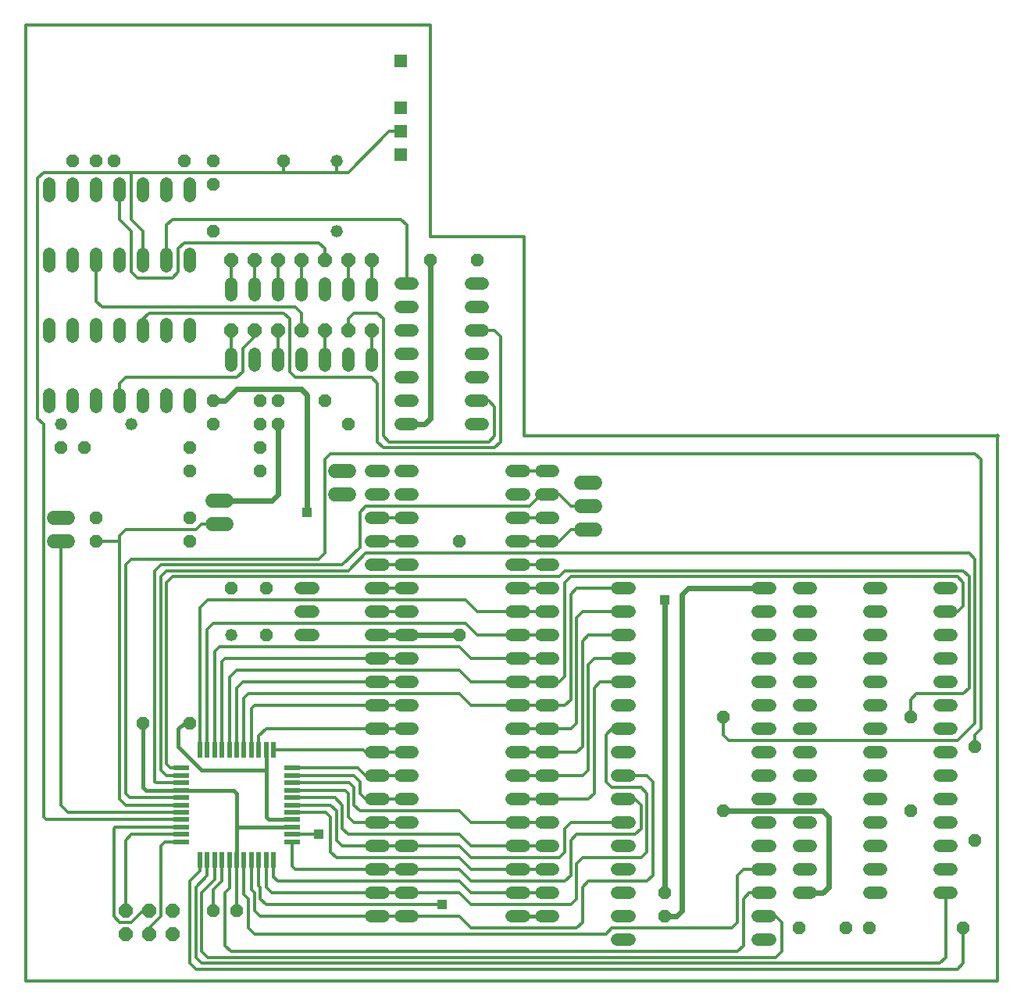
<source format=gtl>
G75*
%MOIN*%
%OFA0B0*%
%FSLAX24Y24*%
%IPPOS*%
%LPD*%
%AMOC8*
5,1,8,0,0,1.08239X$1,22.5*
%
%ADD10C,0.0120*%
%ADD11C,0.0000*%
%ADD12C,0.0520*%
%ADD13OC8,0.0520*%
%ADD14C,0.0600*%
%ADD15R,0.0709X0.0197*%
%ADD16R,0.0197X0.0709*%
%ADD17OC8,0.0600*%
%ADD18C,0.0520*%
%ADD19R,0.0554X0.0554*%
%ADD20C,0.0240*%
%ADD21R,0.0396X0.0396*%
%ADD22C,0.0160*%
D10*
X001374Y000160D02*
X001374Y040932D01*
X018624Y040932D01*
X018624Y040910D02*
X018624Y031910D01*
X022624Y031910D01*
X022624Y023410D01*
X042874Y023410D01*
X042829Y023432D02*
X042829Y000160D01*
X001374Y000160D01*
X005124Y002910D02*
X005374Y002660D01*
X005874Y002660D01*
X006374Y003160D01*
X006624Y003160D01*
X007124Y002910D02*
X006624Y002410D01*
X006624Y002160D01*
X007124Y002910D02*
X007124Y005910D01*
X007299Y006085D01*
X008012Y006085D01*
X008012Y006400D02*
X005864Y006400D01*
X005624Y006160D01*
X005624Y003160D01*
X005124Y002910D02*
X005124Y006660D01*
X005179Y006715D01*
X008012Y006715D01*
X008012Y007030D02*
X002254Y007030D01*
X002124Y007160D01*
X002124Y023910D01*
X001874Y024160D01*
X001874Y034410D01*
X002124Y034660D01*
X005874Y034660D01*
X005874Y032660D01*
X006374Y032160D01*
X006374Y030910D01*
X005874Y030410D02*
X005874Y032160D01*
X005374Y032660D01*
X005374Y033910D01*
X005874Y034660D02*
X012374Y034660D01*
X012374Y035160D01*
X012374Y034660D02*
X014624Y034660D01*
X015124Y034660D01*
X016874Y036410D01*
X017374Y036410D01*
X014624Y035160D02*
X014624Y034660D01*
X013874Y031660D02*
X008124Y031660D01*
X007874Y031410D01*
X007874Y030410D01*
X007624Y030160D01*
X006124Y030160D01*
X005874Y030410D01*
X004374Y030910D02*
X004374Y029160D01*
X004624Y028910D01*
X012874Y028910D01*
X013124Y028660D01*
X013124Y027910D01*
X012624Y028410D02*
X012374Y028660D01*
X006624Y028660D01*
X006374Y028410D01*
X006374Y027910D01*
X005624Y025910D02*
X005374Y025660D01*
X005374Y024910D01*
X005624Y025910D02*
X010374Y025910D01*
X010624Y026160D01*
X010624Y027160D01*
X011124Y027660D01*
X011124Y027910D01*
X010124Y027910D02*
X010124Y026660D01*
X012124Y026660D02*
X012124Y027910D01*
X012624Y028410D02*
X012624Y026160D01*
X012874Y025910D01*
X016124Y025910D01*
X016374Y025660D01*
X016374Y023160D01*
X016624Y022910D01*
X021374Y022910D01*
X021624Y023160D01*
X021624Y027660D01*
X021374Y027910D01*
X020624Y027910D01*
X020624Y024910D02*
X021124Y024910D01*
X021374Y024660D01*
X021374Y023410D01*
X021124Y023160D01*
X016874Y023160D01*
X016624Y023410D01*
X016624Y028410D01*
X016374Y028660D01*
X015374Y028660D01*
X015124Y028410D01*
X015124Y027910D01*
X016124Y027910D02*
X016124Y026660D01*
X014124Y026660D02*
X014124Y027910D01*
X013124Y029660D02*
X013124Y030910D01*
X012124Y030910D02*
X012124Y029660D01*
X011124Y029660D02*
X011124Y030910D01*
X010124Y030910D02*
X010124Y029660D01*
X007374Y030910D02*
X007374Y032410D01*
X007624Y032660D01*
X017374Y032660D01*
X017624Y032410D01*
X017624Y029910D01*
X016124Y029660D02*
X016124Y030910D01*
X015124Y030910D02*
X015124Y029660D01*
X014124Y030910D02*
X014124Y031410D01*
X013874Y031660D01*
X014374Y022660D02*
X014124Y022410D01*
X014124Y018410D01*
X013874Y018160D01*
X005874Y018160D01*
X005624Y017910D01*
X005624Y008160D01*
X005809Y007975D01*
X008012Y007975D01*
X008012Y007660D02*
X005624Y007660D01*
X005374Y007910D01*
X005374Y018910D01*
X004374Y018910D01*
X005374Y018910D02*
X005374Y019160D01*
X005624Y019410D01*
X008624Y019410D01*
X008874Y019660D01*
X009624Y019660D01*
X007374Y017660D02*
X007124Y017410D01*
X007124Y009160D01*
X007364Y008920D01*
X008012Y008920D01*
X008012Y009235D02*
X007549Y009235D01*
X007374Y009410D01*
X007374Y017160D01*
X007624Y017410D01*
X024124Y017410D01*
X024374Y017660D01*
X041374Y017660D01*
X041624Y017410D01*
X041624Y012660D01*
X041374Y012410D01*
X039374Y012410D01*
X039124Y012160D01*
X039124Y011410D01*
X041124Y010410D02*
X031374Y010410D01*
X031124Y010660D01*
X031124Y011410D01*
X028124Y008660D02*
X028124Y004660D01*
X027874Y004410D01*
X025374Y004410D01*
X025124Y004160D01*
X025124Y002660D01*
X024874Y002410D01*
X020374Y002410D01*
X019874Y002910D01*
X017624Y002910D01*
X016374Y002910D01*
X011374Y002910D01*
X011124Y003160D01*
X011124Y003910D01*
X011004Y004030D01*
X011004Y005298D01*
X010689Y005298D02*
X010689Y003845D01*
X010874Y003660D01*
X010874Y002410D01*
X011124Y002160D01*
X026124Y002160D01*
X026374Y002410D01*
X031499Y002410D01*
X031749Y002660D01*
X031749Y004660D01*
X031999Y004910D01*
X032874Y004910D01*
X032874Y003910D02*
X032249Y003910D01*
X031999Y003660D01*
X031999Y001660D01*
X031749Y001410D01*
X010124Y001410D01*
X009874Y001660D01*
X009874Y003910D01*
X010059Y004095D01*
X010059Y005298D01*
X009744Y005298D02*
X009744Y004405D01*
X009374Y004035D01*
X009374Y003160D01*
X008874Y003910D02*
X008874Y001410D01*
X009124Y001160D01*
X033374Y001160D01*
X033624Y001410D01*
X033624Y002660D01*
X033374Y002910D01*
X032874Y002910D01*
X027874Y005660D02*
X027874Y008160D01*
X027624Y008410D01*
X026374Y008410D01*
X026124Y008660D01*
X026124Y010660D01*
X026374Y010910D01*
X026874Y010910D01*
X025124Y010160D02*
X024874Y009910D01*
X023624Y009910D01*
X022374Y009910D01*
X022374Y010910D02*
X023624Y010910D01*
X024624Y010910D01*
X024874Y011160D01*
X024874Y015660D01*
X025124Y015910D01*
X026874Y015910D01*
X026874Y014910D02*
X025374Y014910D01*
X025124Y014660D01*
X025124Y010160D01*
X025374Y009160D02*
X025124Y008910D01*
X023624Y008910D01*
X022374Y008910D01*
X022374Y007910D02*
X023624Y007910D01*
X025374Y007910D01*
X025624Y008160D01*
X025624Y012660D01*
X025874Y012910D01*
X026874Y012910D01*
X026874Y013910D02*
X025624Y013910D01*
X025374Y013660D01*
X025374Y009160D01*
X026874Y008910D02*
X027874Y008910D01*
X028124Y008660D01*
X027374Y007910D02*
X026874Y007910D01*
X027374Y007910D02*
X027624Y007660D01*
X027624Y006660D01*
X027374Y006410D01*
X024874Y006410D01*
X024624Y006160D01*
X024624Y004660D01*
X024374Y004410D01*
X020374Y004410D01*
X019874Y004910D01*
X017624Y004910D01*
X016374Y004910D01*
X012874Y004910D01*
X012736Y005048D01*
X012736Y006085D01*
X012736Y006400D02*
X012864Y006400D01*
X012874Y006410D01*
X013874Y006410D01*
X014624Y006160D02*
X014874Y005910D01*
X016374Y005910D01*
X017624Y005910D01*
X019874Y005910D01*
X020374Y005410D01*
X024124Y005410D01*
X024374Y005660D01*
X024374Y006660D01*
X024624Y006910D01*
X026874Y006910D01*
X027874Y005660D02*
X027624Y005410D01*
X025124Y005410D01*
X024874Y005160D01*
X024874Y003660D01*
X024624Y003410D01*
X020374Y003410D01*
X019874Y003910D01*
X017624Y003910D01*
X016374Y003910D01*
X011874Y003910D01*
X011634Y004150D01*
X011634Y005298D01*
X011319Y005298D02*
X011319Y004215D01*
X011374Y004160D01*
X011374Y003660D01*
X011624Y003410D01*
X019124Y003410D01*
X019874Y004410D02*
X012124Y004410D01*
X011949Y004585D01*
X011949Y005298D01*
X010374Y005298D02*
X010374Y003160D01*
X009429Y004465D02*
X008874Y003910D01*
X008624Y004160D02*
X008624Y001160D01*
X008874Y000910D01*
X040374Y000910D01*
X040624Y001160D01*
X040624Y003910D01*
X041374Y002410D02*
X041374Y000910D01*
X041124Y000660D01*
X008624Y000660D01*
X008374Y000910D01*
X008374Y004410D01*
X008812Y004848D01*
X008812Y005298D01*
X008799Y005298D01*
X009114Y005298D02*
X009114Y004650D01*
X008624Y004160D01*
X009429Y004465D02*
X009429Y005298D01*
X008012Y007345D02*
X003189Y007345D01*
X002874Y007660D01*
X002874Y018910D01*
X006874Y017660D02*
X007124Y017910D01*
X014874Y017910D01*
X015624Y018660D01*
X015624Y020160D01*
X015874Y020410D01*
X022874Y020410D01*
X023374Y020910D01*
X023624Y020910D01*
X024124Y020910D01*
X024624Y020410D01*
X025374Y020410D01*
X025374Y019410D02*
X024624Y019410D01*
X024124Y018910D01*
X023624Y018910D01*
X022374Y018910D01*
X022374Y019910D02*
X023624Y019910D01*
X023624Y021910D02*
X022374Y021910D01*
X022374Y017910D02*
X023624Y017910D01*
X023624Y016910D02*
X022374Y016910D01*
X022374Y015910D02*
X020624Y015910D01*
X020124Y016410D01*
X009124Y016410D01*
X008799Y016085D01*
X008799Y010022D01*
X009114Y010022D02*
X009114Y015150D01*
X009374Y015410D01*
X020124Y015410D01*
X020624Y014910D01*
X022374Y014910D01*
X023624Y014910D01*
X023624Y013910D02*
X022374Y013910D01*
X020374Y013910D01*
X019874Y014410D01*
X009624Y014410D01*
X009429Y014215D01*
X009429Y010022D01*
X009744Y010022D02*
X009744Y013780D01*
X009874Y013910D01*
X016374Y013910D01*
X017624Y013910D01*
X017624Y012910D02*
X016374Y012910D01*
X010624Y012910D01*
X010374Y012660D01*
X010374Y010022D01*
X010059Y010022D02*
X010059Y013095D01*
X010374Y013410D01*
X019874Y013410D01*
X020374Y012910D01*
X022374Y012910D01*
X023624Y012910D01*
X024124Y012910D01*
X024374Y013160D01*
X024374Y017160D01*
X024624Y017410D01*
X041124Y017410D01*
X041374Y017160D01*
X041374Y016160D01*
X041124Y015910D01*
X040624Y015910D01*
X041874Y018160D02*
X041874Y011160D01*
X041124Y010410D01*
X041874Y010660D02*
X041874Y010160D01*
X041874Y010660D02*
X042124Y010910D01*
X042124Y022410D01*
X041874Y022660D01*
X014374Y022660D01*
X016374Y019910D02*
X017624Y019910D01*
X017624Y018910D02*
X016374Y018910D01*
X015874Y018410D02*
X041624Y018410D01*
X041874Y018160D01*
X026874Y016910D02*
X024874Y016910D01*
X024624Y016660D01*
X024624Y012160D01*
X024374Y011910D01*
X023624Y011910D01*
X022374Y011910D01*
X020374Y011910D01*
X019874Y012410D01*
X010874Y012410D01*
X010689Y012225D01*
X010689Y010022D01*
X011004Y010022D02*
X011004Y011790D01*
X011124Y011910D01*
X016374Y011910D01*
X017624Y011910D01*
X017624Y010910D02*
X016374Y010910D01*
X011624Y010910D01*
X011319Y010605D01*
X011319Y010022D01*
X011949Y010022D02*
X015762Y010022D01*
X015874Y009910D01*
X016374Y009910D01*
X017624Y009910D01*
X017624Y008910D02*
X016374Y008910D01*
X015874Y008910D01*
X015549Y009235D01*
X012736Y009235D01*
X012736Y008920D02*
X015364Y008920D01*
X015624Y008660D01*
X015624Y008160D01*
X015874Y007910D01*
X016374Y007910D01*
X017624Y007910D01*
X017624Y006910D02*
X016374Y006910D01*
X015374Y006910D01*
X015124Y007160D01*
X015124Y008160D01*
X014994Y008290D01*
X012736Y008290D01*
X012736Y008605D02*
X015179Y008605D01*
X015374Y008410D01*
X015374Y007660D01*
X015624Y007410D01*
X019874Y007410D01*
X020374Y006910D01*
X022374Y006910D01*
X023624Y006910D01*
X023624Y005910D02*
X022374Y005910D01*
X020374Y005910D01*
X019874Y006410D01*
X015124Y006410D01*
X014874Y006660D01*
X014874Y007660D01*
X014559Y007975D01*
X012736Y007975D01*
X012736Y007660D02*
X014374Y007660D01*
X014624Y007410D01*
X014624Y006160D01*
X014374Y005660D02*
X014624Y005410D01*
X019874Y005410D01*
X020374Y004910D01*
X022374Y004910D01*
X023624Y004910D01*
X023624Y003910D02*
X022374Y003910D01*
X020374Y003910D01*
X019874Y004410D01*
X014374Y005660D02*
X014374Y007160D01*
X014189Y007345D01*
X012736Y007345D01*
X008012Y008605D02*
X006929Y008605D01*
X006874Y008660D01*
X006874Y017660D01*
X007374Y017660D02*
X015124Y017660D01*
X015874Y018410D01*
X016374Y017910D02*
X017624Y017910D01*
X017624Y016910D02*
X016374Y016910D01*
X016374Y015910D02*
X017624Y015910D01*
X022374Y015910D02*
X023624Y015910D01*
D11*
X001374Y000160D02*
X001374Y039530D01*
D12*
X002374Y034170D02*
X002374Y033650D01*
X003374Y033650D02*
X003374Y034170D01*
X004374Y034170D02*
X004374Y033650D01*
X005374Y033650D02*
X005374Y034170D01*
X006374Y034170D02*
X006374Y033650D01*
X007374Y033650D02*
X007374Y034170D01*
X008374Y034170D02*
X008374Y033650D01*
X008374Y031170D02*
X008374Y030650D01*
X007374Y030650D02*
X007374Y031170D01*
X006374Y031170D02*
X006374Y030650D01*
X005374Y030650D02*
X005374Y031170D01*
X004374Y031170D02*
X004374Y030650D01*
X003374Y030650D02*
X003374Y031170D01*
X002374Y031170D02*
X002374Y030650D01*
X002374Y028170D02*
X002374Y027650D01*
X003374Y027650D02*
X003374Y028170D01*
X004374Y028170D02*
X004374Y027650D01*
X005374Y027650D02*
X005374Y028170D01*
X006374Y028170D02*
X006374Y027650D01*
X007374Y027650D02*
X007374Y028170D01*
X008374Y028170D02*
X008374Y027650D01*
X010124Y026920D02*
X010124Y026400D01*
X011124Y026400D02*
X011124Y026920D01*
X012124Y026920D02*
X012124Y026400D01*
X013124Y026400D02*
X013124Y026920D01*
X014124Y026920D02*
X014124Y026400D01*
X015124Y026400D02*
X015124Y026920D01*
X016124Y026920D02*
X016124Y026400D01*
X017364Y025910D02*
X017884Y025910D01*
X017884Y024910D02*
X017364Y024910D01*
X017364Y023910D02*
X017884Y023910D01*
X017884Y021910D02*
X017364Y021910D01*
X016634Y021910D02*
X016114Y021910D01*
X016114Y020910D02*
X016634Y020910D01*
X017364Y020910D02*
X017884Y020910D01*
X017884Y019910D02*
X017364Y019910D01*
X016634Y019910D02*
X016114Y019910D01*
X016114Y018910D02*
X016634Y018910D01*
X017364Y018910D02*
X017884Y018910D01*
X017884Y017910D02*
X017364Y017910D01*
X016634Y017910D02*
X016114Y017910D01*
X016114Y016910D02*
X016634Y016910D01*
X017364Y016910D02*
X017884Y016910D01*
X017884Y015910D02*
X017364Y015910D01*
X016634Y015910D02*
X016114Y015910D01*
X016114Y014910D02*
X016634Y014910D01*
X017364Y014910D02*
X017884Y014910D01*
X017884Y013910D02*
X017364Y013910D01*
X016634Y013910D02*
X016114Y013910D01*
X016114Y012910D02*
X016634Y012910D01*
X017364Y012910D02*
X017884Y012910D01*
X017884Y011910D02*
X017364Y011910D01*
X016634Y011910D02*
X016114Y011910D01*
X016114Y010910D02*
X016634Y010910D01*
X017364Y010910D02*
X017884Y010910D01*
X017884Y009910D02*
X017364Y009910D01*
X016634Y009910D02*
X016114Y009910D01*
X016114Y008910D02*
X016634Y008910D01*
X017364Y008910D02*
X017884Y008910D01*
X017884Y007910D02*
X017364Y007910D01*
X016634Y007910D02*
X016114Y007910D01*
X016114Y006910D02*
X016634Y006910D01*
X017364Y006910D02*
X017884Y006910D01*
X017884Y005910D02*
X017364Y005910D01*
X016634Y005910D02*
X016114Y005910D01*
X016114Y004910D02*
X016634Y004910D01*
X017364Y004910D02*
X017884Y004910D01*
X017884Y003910D02*
X017364Y003910D01*
X016634Y003910D02*
X016114Y003910D01*
X016114Y002910D02*
X016634Y002910D01*
X017364Y002910D02*
X017884Y002910D01*
X022114Y002910D02*
X022634Y002910D01*
X023364Y002910D02*
X023884Y002910D01*
X023884Y003910D02*
X023364Y003910D01*
X022634Y003910D02*
X022114Y003910D01*
X022114Y004910D02*
X022634Y004910D01*
X023364Y004910D02*
X023884Y004910D01*
X023884Y005910D02*
X023364Y005910D01*
X022634Y005910D02*
X022114Y005910D01*
X022114Y006910D02*
X022634Y006910D01*
X023364Y006910D02*
X023884Y006910D01*
X023884Y007910D02*
X023364Y007910D01*
X022634Y007910D02*
X022114Y007910D01*
X022114Y008910D02*
X022634Y008910D01*
X023364Y008910D02*
X023884Y008910D01*
X023884Y009910D02*
X023364Y009910D01*
X022634Y009910D02*
X022114Y009910D01*
X022114Y010910D02*
X022634Y010910D01*
X023364Y010910D02*
X023884Y010910D01*
X023884Y011910D02*
X023364Y011910D01*
X022634Y011910D02*
X022114Y011910D01*
X022114Y012910D02*
X022634Y012910D01*
X023364Y012910D02*
X023884Y012910D01*
X023884Y013910D02*
X023364Y013910D01*
X022634Y013910D02*
X022114Y013910D01*
X022114Y014910D02*
X022634Y014910D01*
X023364Y014910D02*
X023884Y014910D01*
X023884Y015910D02*
X023364Y015910D01*
X022634Y015910D02*
X022114Y015910D01*
X022114Y016910D02*
X022634Y016910D01*
X023364Y016910D02*
X023884Y016910D01*
X023884Y017910D02*
X023364Y017910D01*
X022634Y017910D02*
X022114Y017910D01*
X022114Y018910D02*
X022634Y018910D01*
X023364Y018910D02*
X023884Y018910D01*
X023884Y019910D02*
X023364Y019910D01*
X022634Y019910D02*
X022114Y019910D01*
X022114Y020910D02*
X022634Y020910D01*
X023364Y020910D02*
X023884Y020910D01*
X023884Y021910D02*
X023364Y021910D01*
X022634Y021910D02*
X022114Y021910D01*
X020884Y023910D02*
X020364Y023910D01*
X020364Y024910D02*
X020884Y024910D01*
X020884Y025910D02*
X020364Y025910D01*
X020364Y026910D02*
X020884Y026910D01*
X020884Y027910D02*
X020364Y027910D01*
X020364Y028910D02*
X020884Y028910D01*
X020884Y029910D02*
X020364Y029910D01*
X017884Y029910D02*
X017364Y029910D01*
X017364Y028910D02*
X017884Y028910D01*
X017884Y027910D02*
X017364Y027910D01*
X017364Y026910D02*
X017884Y026910D01*
X016124Y029400D02*
X016124Y029920D01*
X015124Y029920D02*
X015124Y029400D01*
X014124Y029400D02*
X014124Y029920D01*
X013124Y029920D02*
X013124Y029400D01*
X012124Y029400D02*
X012124Y029920D01*
X011124Y029920D02*
X011124Y029400D01*
X010124Y029400D02*
X010124Y029920D01*
X008374Y025170D02*
X008374Y024650D01*
X007374Y024650D02*
X007374Y025170D01*
X006374Y025170D02*
X006374Y024650D01*
X005374Y024650D02*
X005374Y025170D01*
X004374Y025170D02*
X004374Y024650D01*
X003374Y024650D02*
X003374Y025170D01*
X002374Y025170D02*
X002374Y024650D01*
X013114Y016910D02*
X013634Y016910D01*
X013634Y015910D02*
X013114Y015910D01*
X013114Y014910D02*
X013634Y014910D01*
X026614Y014910D02*
X027134Y014910D01*
X027134Y013910D02*
X026614Y013910D01*
X026614Y012910D02*
X027134Y012910D01*
X027134Y011910D02*
X026614Y011910D01*
X026614Y010910D02*
X027134Y010910D01*
X027134Y009910D02*
X026614Y009910D01*
X026614Y008910D02*
X027134Y008910D01*
X027134Y007910D02*
X026614Y007910D01*
X026614Y006910D02*
X027134Y006910D01*
X027134Y005910D02*
X026614Y005910D01*
X026614Y004910D02*
X027134Y004910D01*
X027134Y003910D02*
X026614Y003910D01*
X026614Y002910D02*
X027134Y002910D01*
X027134Y001910D02*
X026614Y001910D01*
X032614Y001910D02*
X033134Y001910D01*
X033134Y002910D02*
X032614Y002910D01*
X032614Y003910D02*
X033134Y003910D01*
X033134Y004910D02*
X032614Y004910D01*
X032614Y005910D02*
X033134Y005910D01*
X033134Y006910D02*
X032614Y006910D01*
X032614Y007910D02*
X033134Y007910D01*
X033134Y008910D02*
X032614Y008910D01*
X032614Y009910D02*
X033134Y009910D01*
X033134Y010910D02*
X032614Y010910D01*
X032614Y011910D02*
X033134Y011910D01*
X033134Y012910D02*
X032614Y012910D01*
X032614Y013910D02*
X033134Y013910D01*
X033134Y014910D02*
X032614Y014910D01*
X032614Y015910D02*
X033134Y015910D01*
X033134Y016910D02*
X032614Y016910D01*
X034364Y016910D02*
X034884Y016910D01*
X034364Y016910D01*
X034364Y015910D02*
X034884Y015910D01*
X034364Y015910D01*
X034364Y014910D02*
X034884Y014910D01*
X034364Y014910D01*
X034364Y013910D02*
X034884Y013910D01*
X034364Y013910D01*
X034364Y012910D02*
X034884Y012910D01*
X034364Y012910D01*
X034364Y011910D02*
X034884Y011910D01*
X034364Y011910D01*
X034364Y010910D02*
X034884Y010910D01*
X034364Y010910D01*
X034364Y009910D02*
X034884Y009910D01*
X034364Y009910D01*
X034364Y008910D02*
X034884Y008910D01*
X034364Y008910D01*
X034364Y007910D02*
X034884Y007910D01*
X034364Y007910D01*
X034364Y006910D02*
X034884Y006910D01*
X034364Y006910D01*
X034364Y005910D02*
X034884Y005910D01*
X034364Y005910D01*
X034364Y004910D02*
X034884Y004910D01*
X034364Y004910D01*
X034364Y003910D02*
X034884Y003910D01*
X034364Y003910D01*
X037364Y003910D02*
X037884Y003910D01*
X037884Y004910D02*
X037364Y004910D01*
X037364Y005910D02*
X037884Y005910D01*
X037884Y006910D02*
X037364Y006910D01*
X037364Y007910D02*
X037884Y007910D01*
X037884Y008910D02*
X037364Y008910D01*
X037364Y009910D02*
X037884Y009910D01*
X037884Y010910D02*
X037364Y010910D01*
X037364Y011910D02*
X037884Y011910D01*
X037884Y012910D02*
X037364Y012910D01*
X037364Y013910D02*
X037884Y013910D01*
X037884Y014910D02*
X037364Y014910D01*
X037364Y015910D02*
X037884Y015910D01*
X037884Y016910D02*
X037364Y016910D01*
X040364Y016910D02*
X040884Y016910D01*
X040884Y015910D02*
X040364Y015910D01*
X040364Y014910D02*
X040884Y014910D01*
X040884Y013910D02*
X040364Y013910D01*
X040364Y012910D02*
X040884Y012910D01*
X040884Y011910D02*
X040364Y011910D01*
X040364Y010910D02*
X040884Y010910D01*
X040884Y009910D02*
X040364Y009910D01*
X040364Y008910D02*
X040884Y008910D01*
X040884Y007910D02*
X040364Y007910D01*
X040364Y006910D02*
X040884Y006910D01*
X040884Y005910D02*
X040364Y005910D01*
X040364Y004910D02*
X040884Y004910D01*
X040884Y003910D02*
X040364Y003910D01*
X027134Y015910D02*
X026614Y015910D01*
X026614Y016910D02*
X027134Y016910D01*
D13*
X031124Y011410D03*
X031124Y007410D03*
X028624Y003910D03*
X028624Y002910D03*
X034374Y002410D03*
X036374Y002410D03*
X037374Y002410D03*
X041374Y002410D03*
X041874Y006160D03*
X039124Y007410D03*
X041874Y010160D03*
X039124Y011410D03*
X019874Y014910D03*
X019874Y018910D03*
X015124Y023910D03*
X014124Y024910D03*
X012124Y024910D03*
X011374Y024910D03*
X011374Y023910D03*
X012124Y023910D03*
X011374Y022910D03*
X011374Y021910D03*
X009374Y023910D03*
X009374Y024910D03*
X008374Y022910D03*
X008374Y021910D03*
X008374Y019910D03*
X008374Y018910D03*
X010124Y016910D03*
X011624Y016910D03*
X011624Y014910D03*
X008374Y011160D03*
X006374Y011160D03*
X009374Y003160D03*
X010374Y003160D03*
X004374Y018910D03*
X004374Y019910D03*
X003874Y022910D03*
X002874Y022910D03*
X009374Y032160D03*
X009374Y034160D03*
X009374Y035160D03*
X008124Y035160D03*
X005124Y035160D03*
X004374Y035160D03*
X003374Y035160D03*
X012374Y035160D03*
X018624Y030910D03*
X020624Y030910D03*
D14*
X015174Y021910D02*
X014574Y021910D01*
X014574Y020910D02*
X015174Y020910D01*
X009924Y020660D02*
X009324Y020660D01*
X009324Y019660D02*
X009924Y019660D01*
X003174Y019910D02*
X002574Y019910D01*
X002574Y018910D02*
X003174Y018910D01*
X025074Y019410D02*
X025674Y019410D01*
X025674Y020410D02*
X025074Y020410D01*
X025074Y021410D02*
X025674Y021410D01*
D15*
X012736Y009235D03*
X012736Y008920D03*
X012736Y008605D03*
X012736Y008290D03*
X012736Y007975D03*
X012736Y007660D03*
X012736Y007345D03*
X012736Y007030D03*
X012736Y006715D03*
X012736Y006400D03*
X012736Y006085D03*
X008012Y006085D03*
X008012Y006400D03*
X008012Y006715D03*
X008012Y007030D03*
X008012Y007345D03*
X008012Y007660D03*
X008012Y007975D03*
X008012Y008290D03*
X008012Y008605D03*
X008012Y008920D03*
X008012Y009235D03*
D16*
X008799Y010022D03*
X009114Y010022D03*
X009429Y010022D03*
X009744Y010022D03*
X010059Y010022D03*
X010374Y010022D03*
X010689Y010022D03*
X011004Y010022D03*
X011319Y010022D03*
X011634Y010022D03*
X011949Y010022D03*
X011949Y005298D03*
X011634Y005298D03*
X011319Y005298D03*
X011004Y005298D03*
X010689Y005298D03*
X010374Y005298D03*
X010059Y005298D03*
X009744Y005298D03*
X009429Y005298D03*
X009114Y005298D03*
X008799Y005298D03*
D17*
X007624Y003160D03*
X006624Y003160D03*
X005624Y003160D03*
X005624Y002160D03*
X006624Y002160D03*
X007624Y002160D03*
X010124Y027910D03*
X011124Y027910D03*
X012124Y027910D03*
X013124Y027910D03*
X014124Y027910D03*
X015124Y027910D03*
X016124Y027910D03*
X016124Y030910D03*
X015124Y030910D03*
X014124Y030910D03*
X013124Y030910D03*
X012124Y030910D03*
X011124Y030910D03*
X010124Y030910D03*
D18*
X014624Y032160D03*
X014624Y035160D03*
X005874Y023910D03*
X002874Y023910D03*
X010124Y014910D03*
D19*
X017374Y035410D03*
X017374Y036410D03*
X017374Y037410D03*
X017374Y039410D03*
D20*
X018624Y030910D02*
X018624Y024160D01*
X018374Y023910D01*
X017624Y023910D01*
X013374Y025160D02*
X013374Y020160D01*
X012124Y020910D02*
X012124Y023910D01*
X013374Y025160D02*
X013124Y025410D01*
X010374Y025410D01*
X009874Y024910D01*
X009374Y024910D01*
X009624Y020660D02*
X011874Y020660D01*
X012124Y020910D01*
X016374Y014910D02*
X017624Y014910D01*
X019874Y014910D01*
X028624Y016410D02*
X028624Y003910D01*
X028624Y002910D02*
X029124Y002910D01*
X029374Y003160D01*
X029374Y016660D01*
X029624Y016910D01*
X032874Y016910D01*
X031124Y007410D02*
X035374Y007410D01*
X035624Y007160D01*
X035624Y004160D01*
X035374Y003910D01*
X034624Y003910D01*
D21*
X028624Y016410D03*
X019124Y003410D03*
X013874Y006410D03*
X013374Y020160D03*
D22*
X008374Y011160D02*
X008124Y011160D01*
X007874Y010910D01*
X007874Y010160D01*
X008874Y009160D01*
X011624Y009160D01*
X011624Y010012D01*
X011634Y010022D01*
X011624Y009160D02*
X011624Y007160D01*
X011754Y007030D01*
X012736Y007030D01*
X012736Y006715D02*
X010429Y006715D01*
X010374Y006660D01*
X010374Y008160D01*
X010244Y008290D01*
X008012Y008290D01*
X006494Y008290D01*
X006374Y008410D01*
X006374Y011160D01*
X010374Y006660D02*
X010374Y005298D01*
X022374Y002910D02*
X023624Y002910D01*
M02*

</source>
